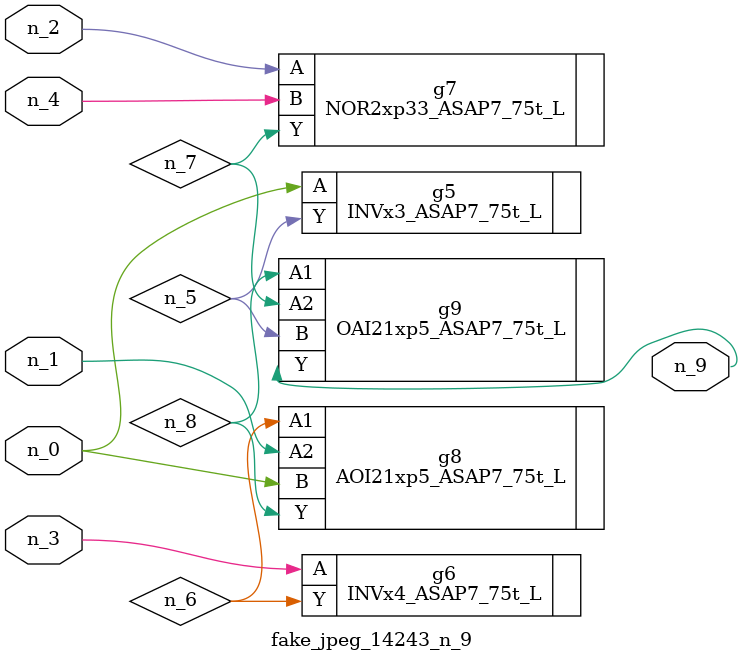
<source format=v>
module fake_jpeg_14243_n_9 (n_3, n_2, n_1, n_0, n_4, n_9);

input n_3;
input n_2;
input n_1;
input n_0;
input n_4;

output n_9;

wire n_8;
wire n_6;
wire n_5;
wire n_7;

INVx3_ASAP7_75t_L g5 ( 
.A(n_0),
.Y(n_5)
);

INVx4_ASAP7_75t_L g6 ( 
.A(n_3),
.Y(n_6)
);

NOR2xp33_ASAP7_75t_L g7 ( 
.A(n_2),
.B(n_4),
.Y(n_7)
);

AOI21xp5_ASAP7_75t_L g8 ( 
.A1(n_6),
.A2(n_1),
.B(n_0),
.Y(n_8)
);

OAI21xp5_ASAP7_75t_L g9 ( 
.A1(n_8),
.A2(n_7),
.B(n_5),
.Y(n_9)
);


endmodule
</source>
